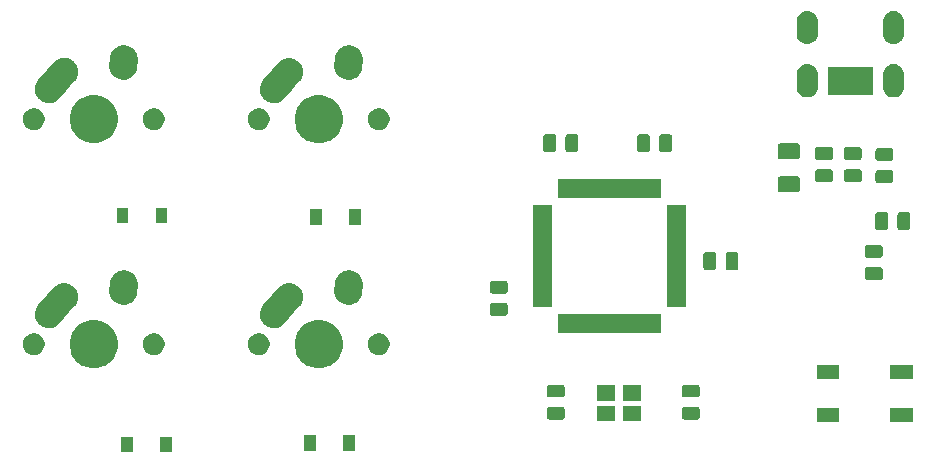
<source format=gbs>
G04 #@! TF.GenerationSoftware,KiCad,Pcbnew,(5.1.4)-1*
G04 #@! TF.CreationDate,2022-10-15T13:05:20-05:00*
G04 #@! TF.ProjectId,ai03-guide,61693033-2d67-4756-9964-652e6b696361,rev?*
G04 #@! TF.SameCoordinates,Original*
G04 #@! TF.FileFunction,Soldermask,Bot*
G04 #@! TF.FilePolarity,Negative*
%FSLAX46Y46*%
G04 Gerber Fmt 4.6, Leading zero omitted, Abs format (unit mm)*
G04 Created by KiCad (PCBNEW (5.1.4)-1) date 2022-10-15 13:05:20*
%MOMM*%
%LPD*%
G04 APERTURE LIST*
%ADD10C,0.100000*%
G04 APERTURE END LIST*
D10*
G36*
X51046000Y-123206000D02*
G01*
X50044000Y-123206000D01*
X50044000Y-121904000D01*
X51046000Y-121904000D01*
X51046000Y-123206000D01*
X51046000Y-123206000D01*
G37*
G36*
X47746000Y-123206000D02*
G01*
X46744000Y-123206000D01*
X46744000Y-121904000D01*
X47746000Y-121904000D01*
X47746000Y-123206000D01*
X47746000Y-123206000D01*
G37*
G36*
X63241000Y-123079000D02*
G01*
X62239000Y-123079000D01*
X62239000Y-121777000D01*
X63241000Y-121777000D01*
X63241000Y-123079000D01*
X63241000Y-123079000D01*
G37*
G36*
X66541000Y-123079000D02*
G01*
X65539000Y-123079000D01*
X65539000Y-121777000D01*
X66541000Y-121777000D01*
X66541000Y-123079000D01*
X66541000Y-123079000D01*
G37*
G36*
X113771000Y-120671000D02*
G01*
X111869000Y-120671000D01*
X111869000Y-119469000D01*
X113771000Y-119469000D01*
X113771000Y-120671000D01*
X113771000Y-120671000D01*
G37*
G36*
X107571000Y-120671000D02*
G01*
X105669000Y-120671000D01*
X105669000Y-119469000D01*
X107571000Y-119469000D01*
X107571000Y-120671000D01*
X107571000Y-120671000D01*
G37*
G36*
X88558500Y-120548000D02*
G01*
X87056500Y-120548000D01*
X87056500Y-119246000D01*
X88558500Y-119246000D01*
X88558500Y-120548000D01*
X88558500Y-120548000D01*
G37*
G36*
X90758500Y-120548000D02*
G01*
X89256500Y-120548000D01*
X89256500Y-119246000D01*
X90758500Y-119246000D01*
X90758500Y-120548000D01*
X90758500Y-120548000D01*
G37*
G36*
X95580468Y-119354065D02*
G01*
X95619138Y-119365796D01*
X95654777Y-119384846D01*
X95686017Y-119410483D01*
X95711654Y-119441723D01*
X95730704Y-119477362D01*
X95742435Y-119516032D01*
X95747000Y-119562388D01*
X95747000Y-120213612D01*
X95742435Y-120259968D01*
X95730704Y-120298638D01*
X95711654Y-120334277D01*
X95686017Y-120365517D01*
X95654777Y-120391154D01*
X95619138Y-120410204D01*
X95580468Y-120421935D01*
X95534112Y-120426500D01*
X94457888Y-120426500D01*
X94411532Y-120421935D01*
X94372862Y-120410204D01*
X94337223Y-120391154D01*
X94305983Y-120365517D01*
X94280346Y-120334277D01*
X94261296Y-120298638D01*
X94249565Y-120259968D01*
X94245000Y-120213612D01*
X94245000Y-119562388D01*
X94249565Y-119516032D01*
X94261296Y-119477362D01*
X94280346Y-119441723D01*
X94305983Y-119410483D01*
X94337223Y-119384846D01*
X94372862Y-119365796D01*
X94411532Y-119354065D01*
X94457888Y-119349500D01*
X95534112Y-119349500D01*
X95580468Y-119354065D01*
X95580468Y-119354065D01*
G37*
G36*
X84150468Y-119354065D02*
G01*
X84189138Y-119365796D01*
X84224777Y-119384846D01*
X84256017Y-119410483D01*
X84281654Y-119441723D01*
X84300704Y-119477362D01*
X84312435Y-119516032D01*
X84317000Y-119562388D01*
X84317000Y-120213612D01*
X84312435Y-120259968D01*
X84300704Y-120298638D01*
X84281654Y-120334277D01*
X84256017Y-120365517D01*
X84224777Y-120391154D01*
X84189138Y-120410204D01*
X84150468Y-120421935D01*
X84104112Y-120426500D01*
X83027888Y-120426500D01*
X82981532Y-120421935D01*
X82942862Y-120410204D01*
X82907223Y-120391154D01*
X82875983Y-120365517D01*
X82850346Y-120334277D01*
X82831296Y-120298638D01*
X82819565Y-120259968D01*
X82815000Y-120213612D01*
X82815000Y-119562388D01*
X82819565Y-119516032D01*
X82831296Y-119477362D01*
X82850346Y-119441723D01*
X82875983Y-119410483D01*
X82907223Y-119384846D01*
X82942862Y-119365796D01*
X82981532Y-119354065D01*
X83027888Y-119349500D01*
X84104112Y-119349500D01*
X84150468Y-119354065D01*
X84150468Y-119354065D01*
G37*
G36*
X90758500Y-118848000D02*
G01*
X89256500Y-118848000D01*
X89256500Y-117546000D01*
X90758500Y-117546000D01*
X90758500Y-118848000D01*
X90758500Y-118848000D01*
G37*
G36*
X88558500Y-118848000D02*
G01*
X87056500Y-118848000D01*
X87056500Y-117546000D01*
X88558500Y-117546000D01*
X88558500Y-118848000D01*
X88558500Y-118848000D01*
G37*
G36*
X95580468Y-117479065D02*
G01*
X95619138Y-117490796D01*
X95654777Y-117509846D01*
X95686017Y-117535483D01*
X95711654Y-117566723D01*
X95730704Y-117602362D01*
X95742435Y-117641032D01*
X95747000Y-117687388D01*
X95747000Y-118338612D01*
X95742435Y-118384968D01*
X95730704Y-118423638D01*
X95711654Y-118459277D01*
X95686017Y-118490517D01*
X95654777Y-118516154D01*
X95619138Y-118535204D01*
X95580468Y-118546935D01*
X95534112Y-118551500D01*
X94457888Y-118551500D01*
X94411532Y-118546935D01*
X94372862Y-118535204D01*
X94337223Y-118516154D01*
X94305983Y-118490517D01*
X94280346Y-118459277D01*
X94261296Y-118423638D01*
X94249565Y-118384968D01*
X94245000Y-118338612D01*
X94245000Y-117687388D01*
X94249565Y-117641032D01*
X94261296Y-117602362D01*
X94280346Y-117566723D01*
X94305983Y-117535483D01*
X94337223Y-117509846D01*
X94372862Y-117490796D01*
X94411532Y-117479065D01*
X94457888Y-117474500D01*
X95534112Y-117474500D01*
X95580468Y-117479065D01*
X95580468Y-117479065D01*
G37*
G36*
X84150468Y-117479065D02*
G01*
X84189138Y-117490796D01*
X84224777Y-117509846D01*
X84256017Y-117535483D01*
X84281654Y-117566723D01*
X84300704Y-117602362D01*
X84312435Y-117641032D01*
X84317000Y-117687388D01*
X84317000Y-118338612D01*
X84312435Y-118384968D01*
X84300704Y-118423638D01*
X84281654Y-118459277D01*
X84256017Y-118490517D01*
X84224777Y-118516154D01*
X84189138Y-118535204D01*
X84150468Y-118546935D01*
X84104112Y-118551500D01*
X83027888Y-118551500D01*
X82981532Y-118546935D01*
X82942862Y-118535204D01*
X82907223Y-118516154D01*
X82875983Y-118490517D01*
X82850346Y-118459277D01*
X82831296Y-118423638D01*
X82819565Y-118384968D01*
X82815000Y-118338612D01*
X82815000Y-117687388D01*
X82819565Y-117641032D01*
X82831296Y-117602362D01*
X82850346Y-117566723D01*
X82875983Y-117535483D01*
X82907223Y-117509846D01*
X82942862Y-117490796D01*
X82981532Y-117479065D01*
X83027888Y-117474500D01*
X84104112Y-117474500D01*
X84150468Y-117479065D01*
X84150468Y-117479065D01*
G37*
G36*
X113771000Y-116971000D02*
G01*
X111869000Y-116971000D01*
X111869000Y-115769000D01*
X113771000Y-115769000D01*
X113771000Y-116971000D01*
X113771000Y-116971000D01*
G37*
G36*
X107571000Y-116971000D02*
G01*
X105669000Y-116971000D01*
X105669000Y-115769000D01*
X107571000Y-115769000D01*
X107571000Y-116971000D01*
X107571000Y-116971000D01*
G37*
G36*
X64096474Y-112079684D02*
G01*
X64314474Y-112169983D01*
X64468623Y-112233833D01*
X64803548Y-112457623D01*
X65088377Y-112742452D01*
X65312167Y-113077377D01*
X65344562Y-113155586D01*
X65466316Y-113449526D01*
X65544900Y-113844594D01*
X65544900Y-114247406D01*
X65466316Y-114642474D01*
X65415451Y-114765272D01*
X65312167Y-115014623D01*
X65088377Y-115349548D01*
X64803548Y-115634377D01*
X64468623Y-115858167D01*
X64314474Y-115922017D01*
X64096474Y-116012316D01*
X63701406Y-116090900D01*
X63298594Y-116090900D01*
X62903526Y-116012316D01*
X62685526Y-115922017D01*
X62531377Y-115858167D01*
X62196452Y-115634377D01*
X61911623Y-115349548D01*
X61687833Y-115014623D01*
X61584549Y-114765272D01*
X61533684Y-114642474D01*
X61455100Y-114247406D01*
X61455100Y-113844594D01*
X61533684Y-113449526D01*
X61655438Y-113155586D01*
X61687833Y-113077377D01*
X61911623Y-112742452D01*
X62196452Y-112457623D01*
X62531377Y-112233833D01*
X62685526Y-112169983D01*
X62903526Y-112079684D01*
X63298594Y-112001100D01*
X63701406Y-112001100D01*
X64096474Y-112079684D01*
X64096474Y-112079684D01*
G37*
G36*
X45046474Y-112079684D02*
G01*
X45264474Y-112169983D01*
X45418623Y-112233833D01*
X45753548Y-112457623D01*
X46038377Y-112742452D01*
X46262167Y-113077377D01*
X46294562Y-113155586D01*
X46416316Y-113449526D01*
X46494900Y-113844594D01*
X46494900Y-114247406D01*
X46416316Y-114642474D01*
X46365451Y-114765272D01*
X46262167Y-115014623D01*
X46038377Y-115349548D01*
X45753548Y-115634377D01*
X45418623Y-115858167D01*
X45264474Y-115922017D01*
X45046474Y-116012316D01*
X44651406Y-116090900D01*
X44248594Y-116090900D01*
X43853526Y-116012316D01*
X43635526Y-115922017D01*
X43481377Y-115858167D01*
X43146452Y-115634377D01*
X42861623Y-115349548D01*
X42637833Y-115014623D01*
X42534549Y-114765272D01*
X42483684Y-114642474D01*
X42405100Y-114247406D01*
X42405100Y-113844594D01*
X42483684Y-113449526D01*
X42605438Y-113155586D01*
X42637833Y-113077377D01*
X42861623Y-112742452D01*
X43146452Y-112457623D01*
X43481377Y-112233833D01*
X43635526Y-112169983D01*
X43853526Y-112079684D01*
X44248594Y-112001100D01*
X44651406Y-112001100D01*
X45046474Y-112079684D01*
X45046474Y-112079684D01*
G37*
G36*
X39640104Y-113155585D02*
G01*
X39808626Y-113225389D01*
X39960291Y-113326728D01*
X40089272Y-113455709D01*
X40190611Y-113607374D01*
X40260415Y-113775896D01*
X40296000Y-113954797D01*
X40296000Y-114137203D01*
X40260415Y-114316104D01*
X40190611Y-114484626D01*
X40089272Y-114636291D01*
X39960291Y-114765272D01*
X39808626Y-114866611D01*
X39640104Y-114936415D01*
X39461203Y-114972000D01*
X39278797Y-114972000D01*
X39099896Y-114936415D01*
X38931374Y-114866611D01*
X38779709Y-114765272D01*
X38650728Y-114636291D01*
X38549389Y-114484626D01*
X38479585Y-114316104D01*
X38444000Y-114137203D01*
X38444000Y-113954797D01*
X38479585Y-113775896D01*
X38549389Y-113607374D01*
X38650728Y-113455709D01*
X38779709Y-113326728D01*
X38931374Y-113225389D01*
X39099896Y-113155585D01*
X39278797Y-113120000D01*
X39461203Y-113120000D01*
X39640104Y-113155585D01*
X39640104Y-113155585D01*
G37*
G36*
X58690104Y-113155585D02*
G01*
X58858626Y-113225389D01*
X59010291Y-113326728D01*
X59139272Y-113455709D01*
X59240611Y-113607374D01*
X59310415Y-113775896D01*
X59346000Y-113954797D01*
X59346000Y-114137203D01*
X59310415Y-114316104D01*
X59240611Y-114484626D01*
X59139272Y-114636291D01*
X59010291Y-114765272D01*
X58858626Y-114866611D01*
X58690104Y-114936415D01*
X58511203Y-114972000D01*
X58328797Y-114972000D01*
X58149896Y-114936415D01*
X57981374Y-114866611D01*
X57829709Y-114765272D01*
X57700728Y-114636291D01*
X57599389Y-114484626D01*
X57529585Y-114316104D01*
X57494000Y-114137203D01*
X57494000Y-113954797D01*
X57529585Y-113775896D01*
X57599389Y-113607374D01*
X57700728Y-113455709D01*
X57829709Y-113326728D01*
X57981374Y-113225389D01*
X58149896Y-113155585D01*
X58328797Y-113120000D01*
X58511203Y-113120000D01*
X58690104Y-113155585D01*
X58690104Y-113155585D01*
G37*
G36*
X68850104Y-113155585D02*
G01*
X69018626Y-113225389D01*
X69170291Y-113326728D01*
X69299272Y-113455709D01*
X69400611Y-113607374D01*
X69470415Y-113775896D01*
X69506000Y-113954797D01*
X69506000Y-114137203D01*
X69470415Y-114316104D01*
X69400611Y-114484626D01*
X69299272Y-114636291D01*
X69170291Y-114765272D01*
X69018626Y-114866611D01*
X68850104Y-114936415D01*
X68671203Y-114972000D01*
X68488797Y-114972000D01*
X68309896Y-114936415D01*
X68141374Y-114866611D01*
X67989709Y-114765272D01*
X67860728Y-114636291D01*
X67759389Y-114484626D01*
X67689585Y-114316104D01*
X67654000Y-114137203D01*
X67654000Y-113954797D01*
X67689585Y-113775896D01*
X67759389Y-113607374D01*
X67860728Y-113455709D01*
X67989709Y-113326728D01*
X68141374Y-113225389D01*
X68309896Y-113155585D01*
X68488797Y-113120000D01*
X68671203Y-113120000D01*
X68850104Y-113155585D01*
X68850104Y-113155585D01*
G37*
G36*
X49800104Y-113155585D02*
G01*
X49968626Y-113225389D01*
X50120291Y-113326728D01*
X50249272Y-113455709D01*
X50350611Y-113607374D01*
X50420415Y-113775896D01*
X50456000Y-113954797D01*
X50456000Y-114137203D01*
X50420415Y-114316104D01*
X50350611Y-114484626D01*
X50249272Y-114636291D01*
X50120291Y-114765272D01*
X49968626Y-114866611D01*
X49800104Y-114936415D01*
X49621203Y-114972000D01*
X49438797Y-114972000D01*
X49259896Y-114936415D01*
X49091374Y-114866611D01*
X48939709Y-114765272D01*
X48810728Y-114636291D01*
X48709389Y-114484626D01*
X48639585Y-114316104D01*
X48604000Y-114137203D01*
X48604000Y-113954797D01*
X48639585Y-113775896D01*
X48709389Y-113607374D01*
X48810728Y-113455709D01*
X48939709Y-113326728D01*
X49091374Y-113225389D01*
X49259896Y-113155585D01*
X49438797Y-113120000D01*
X49621203Y-113120000D01*
X49800104Y-113155585D01*
X49800104Y-113155585D01*
G37*
G36*
X92439750Y-113102000D02*
G01*
X83787750Y-113102000D01*
X83787750Y-111500000D01*
X92439750Y-111500000D01*
X92439750Y-113102000D01*
X92439750Y-113102000D01*
G37*
G36*
X41973205Y-108869881D02*
G01*
X41978645Y-108870000D01*
X42065828Y-108870000D01*
X42082097Y-108873236D01*
X42100956Y-108875515D01*
X42117532Y-108876246D01*
X42202223Y-108897010D01*
X42207518Y-108898184D01*
X42293027Y-108915193D01*
X42308362Y-108921545D01*
X42326401Y-108927455D01*
X42342521Y-108931407D01*
X42421504Y-108968280D01*
X42426494Y-108970477D01*
X42507045Y-109003842D01*
X42520841Y-109013060D01*
X42537393Y-109022382D01*
X42552426Y-109029400D01*
X42622694Y-109080971D01*
X42627192Y-109084122D01*
X42699656Y-109132541D01*
X42711383Y-109144268D01*
X42725809Y-109156648D01*
X42739179Y-109166461D01*
X42739180Y-109166462D01*
X42798021Y-109230733D01*
X42801829Y-109234714D01*
X42863459Y-109296344D01*
X42872674Y-109310135D01*
X42884396Y-109325078D01*
X42895605Y-109337321D01*
X42940799Y-109411874D01*
X42943746Y-109416501D01*
X42992158Y-109488955D01*
X42998505Y-109504277D01*
X43007092Y-109521231D01*
X43015691Y-109535417D01*
X43045478Y-109617368D01*
X43047452Y-109622448D01*
X43078547Y-109697517D01*
X43080807Y-109702974D01*
X43084041Y-109719233D01*
X43089158Y-109737542D01*
X43094825Y-109753134D01*
X43108055Y-109839345D01*
X43109001Y-109844713D01*
X43126000Y-109930173D01*
X43126000Y-109946752D01*
X43127444Y-109965692D01*
X43129963Y-109982104D01*
X43126120Y-110069249D01*
X43126000Y-110074689D01*
X43126000Y-110161825D01*
X43122766Y-110178083D01*
X43120488Y-110196941D01*
X43119756Y-110213531D01*
X43098988Y-110298237D01*
X43097812Y-110303537D01*
X43080807Y-110389027D01*
X43074457Y-110404357D01*
X43068549Y-110422393D01*
X43064595Y-110438520D01*
X43027711Y-110517526D01*
X43025511Y-110522523D01*
X42992158Y-110603045D01*
X42982944Y-110616835D01*
X42973622Y-110633387D01*
X42966602Y-110648424D01*
X42915011Y-110718720D01*
X42911866Y-110723210D01*
X42863461Y-110795654D01*
X42806460Y-110852655D01*
X42801811Y-110857563D01*
X42370311Y-111338470D01*
X41476723Y-112334376D01*
X41348679Y-112451602D01*
X41249631Y-112511645D01*
X41150583Y-112571689D01*
X40932866Y-112650823D01*
X40703895Y-112685961D01*
X40472470Y-112675754D01*
X40247481Y-112620593D01*
X40142727Y-112571689D01*
X40037579Y-112522602D01*
X39940838Y-112451602D01*
X39850823Y-112385539D01*
X39776394Y-112304241D01*
X39694398Y-112214679D01*
X39612564Y-112079685D01*
X39574311Y-112016583D01*
X39495177Y-111798866D01*
X39460039Y-111569895D01*
X39470246Y-111338470D01*
X39525407Y-111113481D01*
X39576972Y-111003028D01*
X39623398Y-110903580D01*
X39623400Y-110903577D01*
X39726114Y-110763622D01*
X40481245Y-109922027D01*
X41012787Y-109329621D01*
X41023681Y-109315589D01*
X41036539Y-109296346D01*
X41093573Y-109239312D01*
X41098223Y-109234403D01*
X41113278Y-109217624D01*
X41134701Y-109198011D01*
X41138682Y-109194203D01*
X41200346Y-109132539D01*
X41214143Y-109123320D01*
X41229102Y-109111585D01*
X41241321Y-109100398D01*
X41273385Y-109080961D01*
X41315830Y-109055231D01*
X41320421Y-109052308D01*
X41392955Y-109003842D01*
X41408300Y-108997486D01*
X41425248Y-108988901D01*
X41439416Y-108980312D01*
X41439417Y-108980312D01*
X41439418Y-108980311D01*
X41521312Y-108950545D01*
X41526410Y-108948563D01*
X41606973Y-108915193D01*
X41623252Y-108911955D01*
X41641542Y-108906844D01*
X41657135Y-108901177D01*
X41743300Y-108887954D01*
X41748663Y-108887009D01*
X41834173Y-108870000D01*
X41850766Y-108870000D01*
X41869709Y-108868555D01*
X41886106Y-108866039D01*
X41973205Y-108869881D01*
X41973205Y-108869881D01*
G37*
G36*
X61023205Y-108869881D02*
G01*
X61028645Y-108870000D01*
X61115828Y-108870000D01*
X61132097Y-108873236D01*
X61150956Y-108875515D01*
X61167532Y-108876246D01*
X61252223Y-108897010D01*
X61257518Y-108898184D01*
X61343027Y-108915193D01*
X61358362Y-108921545D01*
X61376401Y-108927455D01*
X61392521Y-108931407D01*
X61471504Y-108968280D01*
X61476494Y-108970477D01*
X61557045Y-109003842D01*
X61570841Y-109013060D01*
X61587393Y-109022382D01*
X61602426Y-109029400D01*
X61672694Y-109080971D01*
X61677192Y-109084122D01*
X61749656Y-109132541D01*
X61761383Y-109144268D01*
X61775809Y-109156648D01*
X61789179Y-109166461D01*
X61789180Y-109166462D01*
X61848021Y-109230733D01*
X61851829Y-109234714D01*
X61913459Y-109296344D01*
X61922674Y-109310135D01*
X61934396Y-109325078D01*
X61945605Y-109337321D01*
X61990799Y-109411874D01*
X61993746Y-109416501D01*
X62042158Y-109488955D01*
X62048505Y-109504277D01*
X62057092Y-109521231D01*
X62065691Y-109535417D01*
X62095478Y-109617368D01*
X62097452Y-109622448D01*
X62128547Y-109697517D01*
X62130807Y-109702974D01*
X62134041Y-109719233D01*
X62139158Y-109737542D01*
X62144825Y-109753134D01*
X62158055Y-109839345D01*
X62159001Y-109844713D01*
X62176000Y-109930173D01*
X62176000Y-109946752D01*
X62177444Y-109965692D01*
X62179963Y-109982104D01*
X62176120Y-110069249D01*
X62176000Y-110074689D01*
X62176000Y-110161825D01*
X62172766Y-110178083D01*
X62170488Y-110196941D01*
X62169756Y-110213531D01*
X62148988Y-110298237D01*
X62147812Y-110303537D01*
X62130807Y-110389027D01*
X62124457Y-110404357D01*
X62118549Y-110422393D01*
X62114595Y-110438520D01*
X62077711Y-110517526D01*
X62075511Y-110522523D01*
X62042158Y-110603045D01*
X62032944Y-110616835D01*
X62023622Y-110633387D01*
X62016602Y-110648424D01*
X61965011Y-110718720D01*
X61961866Y-110723210D01*
X61913461Y-110795654D01*
X61856460Y-110852655D01*
X61851811Y-110857563D01*
X61420311Y-111338470D01*
X60526723Y-112334376D01*
X60398679Y-112451602D01*
X60299631Y-112511645D01*
X60200583Y-112571689D01*
X59982866Y-112650823D01*
X59753895Y-112685961D01*
X59522470Y-112675754D01*
X59297481Y-112620593D01*
X59192727Y-112571689D01*
X59087579Y-112522602D01*
X58990838Y-112451602D01*
X58900823Y-112385539D01*
X58826394Y-112304241D01*
X58744398Y-112214679D01*
X58662564Y-112079685D01*
X58624311Y-112016583D01*
X58545177Y-111798866D01*
X58510039Y-111569895D01*
X58520246Y-111338470D01*
X58575407Y-111113481D01*
X58626972Y-111003028D01*
X58673398Y-110903580D01*
X58673400Y-110903577D01*
X58776114Y-110763622D01*
X59531245Y-109922027D01*
X60062787Y-109329621D01*
X60073681Y-109315589D01*
X60086539Y-109296346D01*
X60143573Y-109239312D01*
X60148223Y-109234403D01*
X60163278Y-109217624D01*
X60184701Y-109198011D01*
X60188682Y-109194203D01*
X60250346Y-109132539D01*
X60264143Y-109123320D01*
X60279102Y-109111585D01*
X60291321Y-109100398D01*
X60323385Y-109080961D01*
X60365830Y-109055231D01*
X60370421Y-109052308D01*
X60442955Y-109003842D01*
X60458300Y-108997486D01*
X60475248Y-108988901D01*
X60489416Y-108980312D01*
X60489417Y-108980312D01*
X60489418Y-108980311D01*
X60571312Y-108950545D01*
X60576410Y-108948563D01*
X60656973Y-108915193D01*
X60673252Y-108911955D01*
X60691542Y-108906844D01*
X60707135Y-108901177D01*
X60793300Y-108887954D01*
X60798663Y-108887009D01*
X60884173Y-108870000D01*
X60900766Y-108870000D01*
X60919709Y-108868555D01*
X60936106Y-108866039D01*
X61023205Y-108869881D01*
X61023205Y-108869881D01*
G37*
G36*
X79324468Y-110561065D02*
G01*
X79363138Y-110572796D01*
X79398777Y-110591846D01*
X79430017Y-110617483D01*
X79455654Y-110648723D01*
X79474704Y-110684362D01*
X79486435Y-110723032D01*
X79491000Y-110769388D01*
X79491000Y-111420612D01*
X79486435Y-111466968D01*
X79474704Y-111505638D01*
X79455654Y-111541277D01*
X79430017Y-111572517D01*
X79398777Y-111598154D01*
X79363138Y-111617204D01*
X79324468Y-111628935D01*
X79278112Y-111633500D01*
X78201888Y-111633500D01*
X78155532Y-111628935D01*
X78116862Y-111617204D01*
X78081223Y-111598154D01*
X78049983Y-111572517D01*
X78024346Y-111541277D01*
X78005296Y-111505638D01*
X77993565Y-111466968D01*
X77989000Y-111420612D01*
X77989000Y-110769388D01*
X77993565Y-110723032D01*
X78005296Y-110684362D01*
X78024346Y-110648723D01*
X78049983Y-110617483D01*
X78081223Y-110591846D01*
X78116862Y-110572796D01*
X78155532Y-110561065D01*
X78201888Y-110556500D01*
X79278112Y-110556500D01*
X79324468Y-110561065D01*
X79324468Y-110561065D01*
G37*
G36*
X83214750Y-110927000D02*
G01*
X81612750Y-110927000D01*
X81612750Y-102275000D01*
X83214750Y-102275000D01*
X83214750Y-110927000D01*
X83214750Y-110927000D01*
G37*
G36*
X94614750Y-110927000D02*
G01*
X93012750Y-110927000D01*
X93012750Y-102275000D01*
X94614750Y-102275000D01*
X94614750Y-110927000D01*
X94614750Y-110927000D01*
G37*
G36*
X66128127Y-107788261D02*
G01*
X66148900Y-107790000D01*
X66155827Y-107790000D01*
X66250754Y-107808882D01*
X66254348Y-107809542D01*
X66349730Y-107825624D01*
X66356203Y-107828085D01*
X66376228Y-107833841D01*
X66383027Y-107835193D01*
X66445414Y-107861034D01*
X66472443Y-107872230D01*
X66475844Y-107873581D01*
X66566255Y-107907961D01*
X66572127Y-107911640D01*
X66590636Y-107921187D01*
X66597045Y-107923842D01*
X66677563Y-107977642D01*
X66680554Y-107979578D01*
X66762557Y-108030959D01*
X66767584Y-108035700D01*
X66783896Y-108048691D01*
X66789652Y-108052537D01*
X66858110Y-108120995D01*
X66860689Y-108123499D01*
X66931090Y-108189889D01*
X66935095Y-108195519D01*
X66948559Y-108211444D01*
X66953459Y-108216344D01*
X67007244Y-108296839D01*
X67009291Y-108299807D01*
X67065380Y-108378645D01*
X67068214Y-108384958D01*
X67078308Y-108403193D01*
X67082158Y-108408955D01*
X67119220Y-108498430D01*
X67120624Y-108501685D01*
X67160265Y-108589973D01*
X67161815Y-108596725D01*
X67168152Y-108616562D01*
X67170807Y-108622973D01*
X67185690Y-108697796D01*
X67189692Y-108717917D01*
X67190438Y-108721401D01*
X67212098Y-108815751D01*
X67212098Y-108815754D01*
X67212300Y-108822654D01*
X67214647Y-108843370D01*
X67216000Y-108850174D01*
X67216000Y-108946986D01*
X67216053Y-108950584D01*
X67217188Y-108989277D01*
X67216295Y-109002225D01*
X67216000Y-109010797D01*
X67216000Y-109081826D01*
X67210081Y-109111585D01*
X67209604Y-109113979D01*
X67207500Y-109129750D01*
X67169238Y-109684545D01*
X67140376Y-109855730D01*
X67058038Y-110072255D01*
X66935041Y-110268557D01*
X66776111Y-110437090D01*
X66587355Y-110571380D01*
X66376027Y-110666265D01*
X66150249Y-110718098D01*
X65918698Y-110724889D01*
X65918697Y-110724889D01*
X65873012Y-110717186D01*
X65690270Y-110686376D01*
X65473745Y-110604038D01*
X65277443Y-110481041D01*
X65108910Y-110322111D01*
X64974620Y-110133355D01*
X64879735Y-109922027D01*
X64827902Y-109696249D01*
X64822812Y-109522723D01*
X64863704Y-108929794D01*
X64864000Y-108921196D01*
X64864000Y-108850175D01*
X64882882Y-108755250D01*
X64883544Y-108751645D01*
X64885089Y-108742483D01*
X64899624Y-108656270D01*
X64902085Y-108649799D01*
X64907842Y-108629767D01*
X64909193Y-108622974D01*
X64911843Y-108616576D01*
X64946264Y-108533476D01*
X64947553Y-108530230D01*
X64981962Y-108439745D01*
X64985636Y-108433881D01*
X64995187Y-108415365D01*
X64997842Y-108408955D01*
X65051657Y-108328415D01*
X65053577Y-108325449D01*
X65104959Y-108243443D01*
X65109711Y-108238404D01*
X65122689Y-108222107D01*
X65126537Y-108216348D01*
X65194993Y-108147892D01*
X65197546Y-108145262D01*
X65218023Y-108123548D01*
X65263889Y-108074910D01*
X65269521Y-108070903D01*
X65285447Y-108057438D01*
X65290346Y-108052539D01*
X65370824Y-107998766D01*
X65373806Y-107996710D01*
X65452645Y-107940620D01*
X65458955Y-107937787D01*
X65477194Y-107927691D01*
X65482951Y-107923844D01*
X65482954Y-107923843D01*
X65482955Y-107923842D01*
X65572429Y-107886781D01*
X65575687Y-107885375D01*
X65663973Y-107845735D01*
X65670725Y-107844185D01*
X65690562Y-107837848D01*
X65696973Y-107835193D01*
X65791899Y-107816311D01*
X65795446Y-107815551D01*
X65889751Y-107793901D01*
X65892130Y-107793831D01*
X65896665Y-107793698D01*
X65917381Y-107791351D01*
X65924174Y-107790000D01*
X66020959Y-107790000D01*
X66024584Y-107789947D01*
X66121302Y-107787110D01*
X66128127Y-107788261D01*
X66128127Y-107788261D01*
G37*
G36*
X47078127Y-107788261D02*
G01*
X47098900Y-107790000D01*
X47105827Y-107790000D01*
X47200754Y-107808882D01*
X47204348Y-107809542D01*
X47299730Y-107825624D01*
X47306203Y-107828085D01*
X47326228Y-107833841D01*
X47333027Y-107835193D01*
X47395414Y-107861034D01*
X47422443Y-107872230D01*
X47425844Y-107873581D01*
X47516255Y-107907961D01*
X47522127Y-107911640D01*
X47540636Y-107921187D01*
X47547045Y-107923842D01*
X47627563Y-107977642D01*
X47630554Y-107979578D01*
X47712557Y-108030959D01*
X47717584Y-108035700D01*
X47733896Y-108048691D01*
X47739652Y-108052537D01*
X47808110Y-108120995D01*
X47810689Y-108123499D01*
X47881090Y-108189889D01*
X47885095Y-108195519D01*
X47898559Y-108211444D01*
X47903459Y-108216344D01*
X47957244Y-108296839D01*
X47959291Y-108299807D01*
X48015380Y-108378645D01*
X48018214Y-108384958D01*
X48028308Y-108403193D01*
X48032158Y-108408955D01*
X48069220Y-108498430D01*
X48070624Y-108501685D01*
X48110265Y-108589973D01*
X48111815Y-108596725D01*
X48118152Y-108616562D01*
X48120807Y-108622973D01*
X48135690Y-108697796D01*
X48139692Y-108717917D01*
X48140438Y-108721401D01*
X48162098Y-108815751D01*
X48162098Y-108815754D01*
X48162300Y-108822654D01*
X48164647Y-108843370D01*
X48166000Y-108850174D01*
X48166000Y-108946986D01*
X48166053Y-108950584D01*
X48167188Y-108989277D01*
X48166295Y-109002225D01*
X48166000Y-109010797D01*
X48166000Y-109081826D01*
X48160081Y-109111585D01*
X48159604Y-109113979D01*
X48157500Y-109129750D01*
X48119238Y-109684545D01*
X48090376Y-109855730D01*
X48008038Y-110072255D01*
X47885041Y-110268557D01*
X47726111Y-110437090D01*
X47537355Y-110571380D01*
X47326027Y-110666265D01*
X47100249Y-110718098D01*
X46868698Y-110724889D01*
X46868697Y-110724889D01*
X46823012Y-110717186D01*
X46640270Y-110686376D01*
X46423745Y-110604038D01*
X46227443Y-110481041D01*
X46058910Y-110322111D01*
X45924620Y-110133355D01*
X45829735Y-109922027D01*
X45777902Y-109696249D01*
X45772812Y-109522723D01*
X45813704Y-108929794D01*
X45814000Y-108921196D01*
X45814000Y-108850175D01*
X45832882Y-108755250D01*
X45833544Y-108751645D01*
X45835089Y-108742483D01*
X45849624Y-108656270D01*
X45852085Y-108649799D01*
X45857842Y-108629767D01*
X45859193Y-108622974D01*
X45861843Y-108616576D01*
X45896264Y-108533476D01*
X45897553Y-108530230D01*
X45931962Y-108439745D01*
X45935636Y-108433881D01*
X45945187Y-108415365D01*
X45947842Y-108408955D01*
X46001657Y-108328415D01*
X46003577Y-108325449D01*
X46054959Y-108243443D01*
X46059711Y-108238404D01*
X46072689Y-108222107D01*
X46076537Y-108216348D01*
X46144993Y-108147892D01*
X46147546Y-108145262D01*
X46168023Y-108123548D01*
X46213889Y-108074910D01*
X46219521Y-108070903D01*
X46235447Y-108057438D01*
X46240346Y-108052539D01*
X46320824Y-107998766D01*
X46323806Y-107996710D01*
X46402645Y-107940620D01*
X46408955Y-107937787D01*
X46427194Y-107927691D01*
X46432951Y-107923844D01*
X46432954Y-107923843D01*
X46432955Y-107923842D01*
X46522429Y-107886781D01*
X46525687Y-107885375D01*
X46613973Y-107845735D01*
X46620725Y-107844185D01*
X46640562Y-107837848D01*
X46646973Y-107835193D01*
X46741899Y-107816311D01*
X46745446Y-107815551D01*
X46839751Y-107793901D01*
X46842130Y-107793831D01*
X46846665Y-107793698D01*
X46867381Y-107791351D01*
X46874174Y-107790000D01*
X46970959Y-107790000D01*
X46974584Y-107789947D01*
X47071302Y-107787110D01*
X47078127Y-107788261D01*
X47078127Y-107788261D01*
G37*
G36*
X79324468Y-108686065D02*
G01*
X79363138Y-108697796D01*
X79398777Y-108716846D01*
X79430017Y-108742483D01*
X79455654Y-108773723D01*
X79474704Y-108809362D01*
X79486435Y-108848032D01*
X79491000Y-108894388D01*
X79491000Y-109545612D01*
X79486435Y-109591968D01*
X79474704Y-109630638D01*
X79455654Y-109666277D01*
X79430017Y-109697517D01*
X79398777Y-109723154D01*
X79363138Y-109742204D01*
X79324468Y-109753935D01*
X79278112Y-109758500D01*
X78201888Y-109758500D01*
X78155532Y-109753935D01*
X78116862Y-109742204D01*
X78081223Y-109723154D01*
X78049983Y-109697517D01*
X78024346Y-109666277D01*
X78005296Y-109630638D01*
X77993565Y-109591968D01*
X77989000Y-109545612D01*
X77989000Y-108894388D01*
X77993565Y-108848032D01*
X78005296Y-108809362D01*
X78024346Y-108773723D01*
X78049983Y-108742483D01*
X78081223Y-108716846D01*
X78116862Y-108697796D01*
X78155532Y-108686065D01*
X78201888Y-108681500D01*
X79278112Y-108681500D01*
X79324468Y-108686065D01*
X79324468Y-108686065D01*
G37*
G36*
X111066968Y-107543565D02*
G01*
X111105638Y-107555296D01*
X111141277Y-107574346D01*
X111172517Y-107599983D01*
X111198154Y-107631223D01*
X111217204Y-107666862D01*
X111228935Y-107705532D01*
X111233500Y-107751888D01*
X111233500Y-108403112D01*
X111228935Y-108449468D01*
X111217204Y-108488138D01*
X111198154Y-108523777D01*
X111172517Y-108555017D01*
X111141277Y-108580654D01*
X111105638Y-108599704D01*
X111066968Y-108611435D01*
X111020612Y-108616000D01*
X109944388Y-108616000D01*
X109898032Y-108611435D01*
X109859362Y-108599704D01*
X109823723Y-108580654D01*
X109792483Y-108555017D01*
X109766846Y-108523777D01*
X109747796Y-108488138D01*
X109736065Y-108449468D01*
X109731500Y-108403112D01*
X109731500Y-107751888D01*
X109736065Y-107705532D01*
X109747796Y-107666862D01*
X109766846Y-107631223D01*
X109792483Y-107599983D01*
X109823723Y-107574346D01*
X109859362Y-107555296D01*
X109898032Y-107543565D01*
X109944388Y-107539000D01*
X111020612Y-107539000D01*
X111066968Y-107543565D01*
X111066968Y-107543565D01*
G37*
G36*
X98845468Y-106266065D02*
G01*
X98884138Y-106277796D01*
X98919777Y-106296846D01*
X98951017Y-106322483D01*
X98976654Y-106353723D01*
X98995704Y-106389362D01*
X99007435Y-106428032D01*
X99012000Y-106474388D01*
X99012000Y-107550612D01*
X99007435Y-107596968D01*
X98995704Y-107635638D01*
X98976654Y-107671277D01*
X98951017Y-107702517D01*
X98919777Y-107728154D01*
X98884138Y-107747204D01*
X98845468Y-107758935D01*
X98799112Y-107763500D01*
X98147888Y-107763500D01*
X98101532Y-107758935D01*
X98062862Y-107747204D01*
X98027223Y-107728154D01*
X97995983Y-107702517D01*
X97970346Y-107671277D01*
X97951296Y-107635638D01*
X97939565Y-107596968D01*
X97935000Y-107550612D01*
X97935000Y-106474388D01*
X97939565Y-106428032D01*
X97951296Y-106389362D01*
X97970346Y-106353723D01*
X97995983Y-106322483D01*
X98027223Y-106296846D01*
X98062862Y-106277796D01*
X98101532Y-106266065D01*
X98147888Y-106261500D01*
X98799112Y-106261500D01*
X98845468Y-106266065D01*
X98845468Y-106266065D01*
G37*
G36*
X96970468Y-106266065D02*
G01*
X97009138Y-106277796D01*
X97044777Y-106296846D01*
X97076017Y-106322483D01*
X97101654Y-106353723D01*
X97120704Y-106389362D01*
X97132435Y-106428032D01*
X97137000Y-106474388D01*
X97137000Y-107550612D01*
X97132435Y-107596968D01*
X97120704Y-107635638D01*
X97101654Y-107671277D01*
X97076017Y-107702517D01*
X97044777Y-107728154D01*
X97009138Y-107747204D01*
X96970468Y-107758935D01*
X96924112Y-107763500D01*
X96272888Y-107763500D01*
X96226532Y-107758935D01*
X96187862Y-107747204D01*
X96152223Y-107728154D01*
X96120983Y-107702517D01*
X96095346Y-107671277D01*
X96076296Y-107635638D01*
X96064565Y-107596968D01*
X96060000Y-107550612D01*
X96060000Y-106474388D01*
X96064565Y-106428032D01*
X96076296Y-106389362D01*
X96095346Y-106353723D01*
X96120983Y-106322483D01*
X96152223Y-106296846D01*
X96187862Y-106277796D01*
X96226532Y-106266065D01*
X96272888Y-106261500D01*
X96924112Y-106261500D01*
X96970468Y-106266065D01*
X96970468Y-106266065D01*
G37*
G36*
X111066968Y-105668565D02*
G01*
X111105638Y-105680296D01*
X111141277Y-105699346D01*
X111172517Y-105724983D01*
X111198154Y-105756223D01*
X111217204Y-105791862D01*
X111228935Y-105830532D01*
X111233500Y-105876888D01*
X111233500Y-106528112D01*
X111228935Y-106574468D01*
X111217204Y-106613138D01*
X111198154Y-106648777D01*
X111172517Y-106680017D01*
X111141277Y-106705654D01*
X111105638Y-106724704D01*
X111066968Y-106736435D01*
X111020612Y-106741000D01*
X109944388Y-106741000D01*
X109898032Y-106736435D01*
X109859362Y-106724704D01*
X109823723Y-106705654D01*
X109792483Y-106680017D01*
X109766846Y-106648777D01*
X109747796Y-106613138D01*
X109736065Y-106574468D01*
X109731500Y-106528112D01*
X109731500Y-105876888D01*
X109736065Y-105830532D01*
X109747796Y-105791862D01*
X109766846Y-105756223D01*
X109792483Y-105724983D01*
X109823723Y-105699346D01*
X109859362Y-105680296D01*
X109898032Y-105668565D01*
X109944388Y-105664000D01*
X111020612Y-105664000D01*
X111066968Y-105668565D01*
X111066968Y-105668565D01*
G37*
G36*
X113401968Y-102885565D02*
G01*
X113440638Y-102897296D01*
X113476277Y-102916346D01*
X113507517Y-102941983D01*
X113533154Y-102973223D01*
X113552204Y-103008862D01*
X113563935Y-103047532D01*
X113568500Y-103093888D01*
X113568500Y-104170112D01*
X113563935Y-104216468D01*
X113552204Y-104255138D01*
X113533154Y-104290777D01*
X113507517Y-104322017D01*
X113476277Y-104347654D01*
X113440638Y-104366704D01*
X113401968Y-104378435D01*
X113355612Y-104383000D01*
X112704388Y-104383000D01*
X112658032Y-104378435D01*
X112619362Y-104366704D01*
X112583723Y-104347654D01*
X112552483Y-104322017D01*
X112526846Y-104290777D01*
X112507796Y-104255138D01*
X112496065Y-104216468D01*
X112491500Y-104170112D01*
X112491500Y-103093888D01*
X112496065Y-103047532D01*
X112507796Y-103008862D01*
X112526846Y-102973223D01*
X112552483Y-102941983D01*
X112583723Y-102916346D01*
X112619362Y-102897296D01*
X112658032Y-102885565D01*
X112704388Y-102881000D01*
X113355612Y-102881000D01*
X113401968Y-102885565D01*
X113401968Y-102885565D01*
G37*
G36*
X111526968Y-102885565D02*
G01*
X111565638Y-102897296D01*
X111601277Y-102916346D01*
X111632517Y-102941983D01*
X111658154Y-102973223D01*
X111677204Y-103008862D01*
X111688935Y-103047532D01*
X111693500Y-103093888D01*
X111693500Y-104170112D01*
X111688935Y-104216468D01*
X111677204Y-104255138D01*
X111658154Y-104290777D01*
X111632517Y-104322017D01*
X111601277Y-104347654D01*
X111565638Y-104366704D01*
X111526968Y-104378435D01*
X111480612Y-104383000D01*
X110829388Y-104383000D01*
X110783032Y-104378435D01*
X110744362Y-104366704D01*
X110708723Y-104347654D01*
X110677483Y-104322017D01*
X110651846Y-104290777D01*
X110632796Y-104255138D01*
X110621065Y-104216468D01*
X110616500Y-104170112D01*
X110616500Y-103093888D01*
X110621065Y-103047532D01*
X110632796Y-103008862D01*
X110651846Y-102973223D01*
X110677483Y-102941983D01*
X110708723Y-102916346D01*
X110744362Y-102897296D01*
X110783032Y-102885565D01*
X110829388Y-102881000D01*
X111480612Y-102881000D01*
X111526968Y-102885565D01*
X111526968Y-102885565D01*
G37*
G36*
X67089640Y-103917240D02*
G01*
X66087640Y-103917240D01*
X66087640Y-102615240D01*
X67089640Y-102615240D01*
X67089640Y-103917240D01*
X67089640Y-103917240D01*
G37*
G36*
X63789640Y-103917240D02*
G01*
X62787640Y-103917240D01*
X62787640Y-102615240D01*
X63789640Y-102615240D01*
X63789640Y-103917240D01*
X63789640Y-103917240D01*
G37*
G36*
X47385320Y-103815640D02*
G01*
X46383320Y-103815640D01*
X46383320Y-102513640D01*
X47385320Y-102513640D01*
X47385320Y-103815640D01*
X47385320Y-103815640D01*
G37*
G36*
X50685320Y-103815640D02*
G01*
X49683320Y-103815640D01*
X49683320Y-102513640D01*
X50685320Y-102513640D01*
X50685320Y-103815640D01*
X50685320Y-103815640D01*
G37*
G36*
X92439750Y-101702000D02*
G01*
X83787750Y-101702000D01*
X83787750Y-100100000D01*
X92439750Y-100100000D01*
X92439750Y-101702000D01*
X92439750Y-101702000D01*
G37*
G36*
X104048604Y-99848347D02*
G01*
X104085144Y-99859432D01*
X104118821Y-99877433D01*
X104148341Y-99901659D01*
X104172567Y-99931179D01*
X104190568Y-99964856D01*
X104201653Y-100001396D01*
X104206000Y-100045538D01*
X104206000Y-100994462D01*
X104201653Y-101038604D01*
X104190568Y-101075144D01*
X104172567Y-101108821D01*
X104148341Y-101138341D01*
X104118821Y-101162567D01*
X104085144Y-101180568D01*
X104048604Y-101191653D01*
X104004462Y-101196000D01*
X102555538Y-101196000D01*
X102511396Y-101191653D01*
X102474856Y-101180568D01*
X102441179Y-101162567D01*
X102411659Y-101138341D01*
X102387433Y-101108821D01*
X102369432Y-101075144D01*
X102358347Y-101038604D01*
X102354000Y-100994462D01*
X102354000Y-100045538D01*
X102358347Y-100001396D01*
X102369432Y-99964856D01*
X102387433Y-99931179D01*
X102411659Y-99901659D01*
X102441179Y-99877433D01*
X102474856Y-99859432D01*
X102511396Y-99848347D01*
X102555538Y-99844000D01*
X104004462Y-99844000D01*
X104048604Y-99848347D01*
X104048604Y-99848347D01*
G37*
G36*
X111964468Y-99323565D02*
G01*
X112003138Y-99335296D01*
X112038777Y-99354346D01*
X112070017Y-99379983D01*
X112095654Y-99411223D01*
X112114704Y-99446862D01*
X112126435Y-99485532D01*
X112131000Y-99531888D01*
X112131000Y-100183112D01*
X112126435Y-100229468D01*
X112114704Y-100268138D01*
X112095654Y-100303777D01*
X112070017Y-100335017D01*
X112038777Y-100360654D01*
X112003138Y-100379704D01*
X111964468Y-100391435D01*
X111918112Y-100396000D01*
X110841888Y-100396000D01*
X110795532Y-100391435D01*
X110756862Y-100379704D01*
X110721223Y-100360654D01*
X110689983Y-100335017D01*
X110664346Y-100303777D01*
X110645296Y-100268138D01*
X110633565Y-100229468D01*
X110629000Y-100183112D01*
X110629000Y-99531888D01*
X110633565Y-99485532D01*
X110645296Y-99446862D01*
X110664346Y-99411223D01*
X110689983Y-99379983D01*
X110721223Y-99354346D01*
X110756862Y-99335296D01*
X110795532Y-99323565D01*
X110841888Y-99319000D01*
X111918112Y-99319000D01*
X111964468Y-99323565D01*
X111964468Y-99323565D01*
G37*
G36*
X109294468Y-99251065D02*
G01*
X109333138Y-99262796D01*
X109368777Y-99281846D01*
X109400017Y-99307483D01*
X109425654Y-99338723D01*
X109444704Y-99374362D01*
X109456435Y-99413032D01*
X109461000Y-99459388D01*
X109461000Y-100110612D01*
X109456435Y-100156968D01*
X109444704Y-100195638D01*
X109425654Y-100231277D01*
X109400017Y-100262517D01*
X109368777Y-100288154D01*
X109333138Y-100307204D01*
X109294468Y-100318935D01*
X109248112Y-100323500D01*
X108171888Y-100323500D01*
X108125532Y-100318935D01*
X108086862Y-100307204D01*
X108051223Y-100288154D01*
X108019983Y-100262517D01*
X107994346Y-100231277D01*
X107975296Y-100195638D01*
X107963565Y-100156968D01*
X107959000Y-100110612D01*
X107959000Y-99459388D01*
X107963565Y-99413032D01*
X107975296Y-99374362D01*
X107994346Y-99338723D01*
X108019983Y-99307483D01*
X108051223Y-99281846D01*
X108086862Y-99262796D01*
X108125532Y-99251065D01*
X108171888Y-99246500D01*
X109248112Y-99246500D01*
X109294468Y-99251065D01*
X109294468Y-99251065D01*
G37*
G36*
X106854468Y-99231065D02*
G01*
X106893138Y-99242796D01*
X106928777Y-99261846D01*
X106960017Y-99287483D01*
X106985654Y-99318723D01*
X107004704Y-99354362D01*
X107016435Y-99393032D01*
X107021000Y-99439388D01*
X107021000Y-100090612D01*
X107016435Y-100136968D01*
X107004704Y-100175638D01*
X106985654Y-100211277D01*
X106960017Y-100242517D01*
X106928777Y-100268154D01*
X106893138Y-100287204D01*
X106854468Y-100298935D01*
X106808112Y-100303500D01*
X105731888Y-100303500D01*
X105685532Y-100298935D01*
X105646862Y-100287204D01*
X105611223Y-100268154D01*
X105579983Y-100242517D01*
X105554346Y-100211277D01*
X105535296Y-100175638D01*
X105523565Y-100136968D01*
X105519000Y-100090612D01*
X105519000Y-99439388D01*
X105523565Y-99393032D01*
X105535296Y-99354362D01*
X105554346Y-99318723D01*
X105579983Y-99287483D01*
X105611223Y-99261846D01*
X105646862Y-99242796D01*
X105685532Y-99231065D01*
X105731888Y-99226500D01*
X106808112Y-99226500D01*
X106854468Y-99231065D01*
X106854468Y-99231065D01*
G37*
G36*
X111964468Y-97448565D02*
G01*
X112003138Y-97460296D01*
X112038777Y-97479346D01*
X112070017Y-97504983D01*
X112095654Y-97536223D01*
X112114704Y-97571862D01*
X112126435Y-97610532D01*
X112131000Y-97656888D01*
X112131000Y-98308112D01*
X112126435Y-98354468D01*
X112114704Y-98393138D01*
X112095654Y-98428777D01*
X112070017Y-98460017D01*
X112038777Y-98485654D01*
X112003138Y-98504704D01*
X111964468Y-98516435D01*
X111918112Y-98521000D01*
X110841888Y-98521000D01*
X110795532Y-98516435D01*
X110756862Y-98504704D01*
X110721223Y-98485654D01*
X110689983Y-98460017D01*
X110664346Y-98428777D01*
X110645296Y-98393138D01*
X110633565Y-98354468D01*
X110629000Y-98308112D01*
X110629000Y-97656888D01*
X110633565Y-97610532D01*
X110645296Y-97571862D01*
X110664346Y-97536223D01*
X110689983Y-97504983D01*
X110721223Y-97479346D01*
X110756862Y-97460296D01*
X110795532Y-97448565D01*
X110841888Y-97444000D01*
X111918112Y-97444000D01*
X111964468Y-97448565D01*
X111964468Y-97448565D01*
G37*
G36*
X109294468Y-97376065D02*
G01*
X109333138Y-97387796D01*
X109368777Y-97406846D01*
X109400017Y-97432483D01*
X109425654Y-97463723D01*
X109444704Y-97499362D01*
X109456435Y-97538032D01*
X109461000Y-97584388D01*
X109461000Y-98235612D01*
X109456435Y-98281968D01*
X109444704Y-98320638D01*
X109425654Y-98356277D01*
X109400017Y-98387517D01*
X109368777Y-98413154D01*
X109333138Y-98432204D01*
X109294468Y-98443935D01*
X109248112Y-98448500D01*
X108171888Y-98448500D01*
X108125532Y-98443935D01*
X108086862Y-98432204D01*
X108051223Y-98413154D01*
X108019983Y-98387517D01*
X107994346Y-98356277D01*
X107975296Y-98320638D01*
X107963565Y-98281968D01*
X107959000Y-98235612D01*
X107959000Y-97584388D01*
X107963565Y-97538032D01*
X107975296Y-97499362D01*
X107994346Y-97463723D01*
X108019983Y-97432483D01*
X108051223Y-97406846D01*
X108086862Y-97387796D01*
X108125532Y-97376065D01*
X108171888Y-97371500D01*
X109248112Y-97371500D01*
X109294468Y-97376065D01*
X109294468Y-97376065D01*
G37*
G36*
X106854468Y-97356065D02*
G01*
X106893138Y-97367796D01*
X106928777Y-97386846D01*
X106960017Y-97412483D01*
X106985654Y-97443723D01*
X107004704Y-97479362D01*
X107016435Y-97518032D01*
X107021000Y-97564388D01*
X107021000Y-98215612D01*
X107016435Y-98261968D01*
X107004704Y-98300638D01*
X106985654Y-98336277D01*
X106960017Y-98367517D01*
X106928777Y-98393154D01*
X106893138Y-98412204D01*
X106854468Y-98423935D01*
X106808112Y-98428500D01*
X105731888Y-98428500D01*
X105685532Y-98423935D01*
X105646862Y-98412204D01*
X105611223Y-98393154D01*
X105579983Y-98367517D01*
X105554346Y-98336277D01*
X105535296Y-98300638D01*
X105523565Y-98261968D01*
X105519000Y-98215612D01*
X105519000Y-97564388D01*
X105523565Y-97518032D01*
X105535296Y-97479362D01*
X105554346Y-97443723D01*
X105579983Y-97412483D01*
X105611223Y-97386846D01*
X105646862Y-97367796D01*
X105685532Y-97356065D01*
X105731888Y-97351500D01*
X106808112Y-97351500D01*
X106854468Y-97356065D01*
X106854468Y-97356065D01*
G37*
G36*
X104048604Y-97048347D02*
G01*
X104085144Y-97059432D01*
X104118821Y-97077433D01*
X104148341Y-97101659D01*
X104172567Y-97131179D01*
X104190568Y-97164856D01*
X104201653Y-97201396D01*
X104206000Y-97245538D01*
X104206000Y-98194462D01*
X104201653Y-98238604D01*
X104190568Y-98275144D01*
X104172567Y-98308821D01*
X104148341Y-98338341D01*
X104118821Y-98362567D01*
X104085144Y-98380568D01*
X104048604Y-98391653D01*
X104004462Y-98396000D01*
X102555538Y-98396000D01*
X102511396Y-98391653D01*
X102474856Y-98380568D01*
X102441179Y-98362567D01*
X102411659Y-98338341D01*
X102387433Y-98308821D01*
X102369432Y-98275144D01*
X102358347Y-98238604D01*
X102354000Y-98194462D01*
X102354000Y-97245538D01*
X102358347Y-97201396D01*
X102369432Y-97164856D01*
X102387433Y-97131179D01*
X102411659Y-97101659D01*
X102441179Y-97077433D01*
X102474856Y-97059432D01*
X102511396Y-97048347D01*
X102555538Y-97044000D01*
X104004462Y-97044000D01*
X104048604Y-97048347D01*
X104048604Y-97048347D01*
G37*
G36*
X91358218Y-96281565D02*
G01*
X91396888Y-96293296D01*
X91432527Y-96312346D01*
X91463767Y-96337983D01*
X91489404Y-96369223D01*
X91508454Y-96404862D01*
X91520185Y-96443532D01*
X91524750Y-96489888D01*
X91524750Y-97566112D01*
X91520185Y-97612468D01*
X91508454Y-97651138D01*
X91489404Y-97686777D01*
X91463767Y-97718017D01*
X91432527Y-97743654D01*
X91396888Y-97762704D01*
X91358218Y-97774435D01*
X91311862Y-97779000D01*
X90660638Y-97779000D01*
X90614282Y-97774435D01*
X90575612Y-97762704D01*
X90539973Y-97743654D01*
X90508733Y-97718017D01*
X90483096Y-97686777D01*
X90464046Y-97651138D01*
X90452315Y-97612468D01*
X90447750Y-97566112D01*
X90447750Y-96489888D01*
X90452315Y-96443532D01*
X90464046Y-96404862D01*
X90483096Y-96369223D01*
X90508733Y-96337983D01*
X90539973Y-96312346D01*
X90575612Y-96293296D01*
X90614282Y-96281565D01*
X90660638Y-96277000D01*
X91311862Y-96277000D01*
X91358218Y-96281565D01*
X91358218Y-96281565D01*
G37*
G36*
X93233218Y-96281565D02*
G01*
X93271888Y-96293296D01*
X93307527Y-96312346D01*
X93338767Y-96337983D01*
X93364404Y-96369223D01*
X93383454Y-96404862D01*
X93395185Y-96443532D01*
X93399750Y-96489888D01*
X93399750Y-97566112D01*
X93395185Y-97612468D01*
X93383454Y-97651138D01*
X93364404Y-97686777D01*
X93338767Y-97718017D01*
X93307527Y-97743654D01*
X93271888Y-97762704D01*
X93233218Y-97774435D01*
X93186862Y-97779000D01*
X92535638Y-97779000D01*
X92489282Y-97774435D01*
X92450612Y-97762704D01*
X92414973Y-97743654D01*
X92383733Y-97718017D01*
X92358096Y-97686777D01*
X92339046Y-97651138D01*
X92327315Y-97612468D01*
X92322750Y-97566112D01*
X92322750Y-96489888D01*
X92327315Y-96443532D01*
X92339046Y-96404862D01*
X92358096Y-96369223D01*
X92383733Y-96337983D01*
X92414973Y-96312346D01*
X92450612Y-96293296D01*
X92489282Y-96281565D01*
X92535638Y-96277000D01*
X93186862Y-96277000D01*
X93233218Y-96281565D01*
X93233218Y-96281565D01*
G37*
G36*
X83420718Y-96281565D02*
G01*
X83459388Y-96293296D01*
X83495027Y-96312346D01*
X83526267Y-96337983D01*
X83551904Y-96369223D01*
X83570954Y-96404862D01*
X83582685Y-96443532D01*
X83587250Y-96489888D01*
X83587250Y-97566112D01*
X83582685Y-97612468D01*
X83570954Y-97651138D01*
X83551904Y-97686777D01*
X83526267Y-97718017D01*
X83495027Y-97743654D01*
X83459388Y-97762704D01*
X83420718Y-97774435D01*
X83374362Y-97779000D01*
X82723138Y-97779000D01*
X82676782Y-97774435D01*
X82638112Y-97762704D01*
X82602473Y-97743654D01*
X82571233Y-97718017D01*
X82545596Y-97686777D01*
X82526546Y-97651138D01*
X82514815Y-97612468D01*
X82510250Y-97566112D01*
X82510250Y-96489888D01*
X82514815Y-96443532D01*
X82526546Y-96404862D01*
X82545596Y-96369223D01*
X82571233Y-96337983D01*
X82602473Y-96312346D01*
X82638112Y-96293296D01*
X82676782Y-96281565D01*
X82723138Y-96277000D01*
X83374362Y-96277000D01*
X83420718Y-96281565D01*
X83420718Y-96281565D01*
G37*
G36*
X85295718Y-96281565D02*
G01*
X85334388Y-96293296D01*
X85370027Y-96312346D01*
X85401267Y-96337983D01*
X85426904Y-96369223D01*
X85445954Y-96404862D01*
X85457685Y-96443532D01*
X85462250Y-96489888D01*
X85462250Y-97566112D01*
X85457685Y-97612468D01*
X85445954Y-97651138D01*
X85426904Y-97686777D01*
X85401267Y-97718017D01*
X85370027Y-97743654D01*
X85334388Y-97762704D01*
X85295718Y-97774435D01*
X85249362Y-97779000D01*
X84598138Y-97779000D01*
X84551782Y-97774435D01*
X84513112Y-97762704D01*
X84477473Y-97743654D01*
X84446233Y-97718017D01*
X84420596Y-97686777D01*
X84401546Y-97651138D01*
X84389815Y-97612468D01*
X84385250Y-97566112D01*
X84385250Y-96489888D01*
X84389815Y-96443532D01*
X84401546Y-96404862D01*
X84420596Y-96369223D01*
X84446233Y-96337983D01*
X84477473Y-96312346D01*
X84513112Y-96293296D01*
X84551782Y-96281565D01*
X84598138Y-96277000D01*
X85249362Y-96277000D01*
X85295718Y-96281565D01*
X85295718Y-96281565D01*
G37*
G36*
X64096474Y-93029684D02*
G01*
X64233502Y-93086443D01*
X64468623Y-93183833D01*
X64803548Y-93407623D01*
X65088377Y-93692452D01*
X65312167Y-94027377D01*
X65344562Y-94105586D01*
X65466316Y-94399526D01*
X65544900Y-94794594D01*
X65544900Y-95197406D01*
X65466316Y-95592474D01*
X65415451Y-95715272D01*
X65312167Y-95964623D01*
X65088377Y-96299548D01*
X64803548Y-96584377D01*
X64468623Y-96808167D01*
X64314474Y-96872017D01*
X64096474Y-96962316D01*
X63701406Y-97040900D01*
X63298594Y-97040900D01*
X62903526Y-96962316D01*
X62685526Y-96872017D01*
X62531377Y-96808167D01*
X62196452Y-96584377D01*
X61911623Y-96299548D01*
X61687833Y-95964623D01*
X61584549Y-95715272D01*
X61533684Y-95592474D01*
X61455100Y-95197406D01*
X61455100Y-94794594D01*
X61533684Y-94399526D01*
X61655438Y-94105586D01*
X61687833Y-94027377D01*
X61911623Y-93692452D01*
X62196452Y-93407623D01*
X62531377Y-93183833D01*
X62766498Y-93086443D01*
X62903526Y-93029684D01*
X63298594Y-92951100D01*
X63701406Y-92951100D01*
X64096474Y-93029684D01*
X64096474Y-93029684D01*
G37*
G36*
X45046474Y-93018684D02*
G01*
X45210056Y-93086442D01*
X45418623Y-93172833D01*
X45753548Y-93396623D01*
X46038377Y-93681452D01*
X46262167Y-94016377D01*
X46294562Y-94094586D01*
X46416316Y-94388526D01*
X46494900Y-94783594D01*
X46494900Y-95186406D01*
X46416316Y-95581474D01*
X46365451Y-95704272D01*
X46262167Y-95953623D01*
X46038377Y-96288548D01*
X45753548Y-96573377D01*
X45418623Y-96797167D01*
X45264474Y-96861017D01*
X45046474Y-96951316D01*
X44651406Y-97029900D01*
X44248594Y-97029900D01*
X43853526Y-96951316D01*
X43635526Y-96861017D01*
X43481377Y-96797167D01*
X43146452Y-96573377D01*
X42861623Y-96288548D01*
X42637833Y-95953623D01*
X42534549Y-95704272D01*
X42483684Y-95581474D01*
X42405100Y-95186406D01*
X42405100Y-94783594D01*
X42483684Y-94388526D01*
X42605438Y-94094586D01*
X42637833Y-94016377D01*
X42861623Y-93681452D01*
X43146452Y-93396623D01*
X43481377Y-93172833D01*
X43689944Y-93086442D01*
X43853526Y-93018684D01*
X44248594Y-92940100D01*
X44651406Y-92940100D01*
X45046474Y-93018684D01*
X45046474Y-93018684D01*
G37*
G36*
X58690104Y-94105585D02*
G01*
X58858626Y-94175389D01*
X59010291Y-94276728D01*
X59139272Y-94405709D01*
X59240611Y-94557374D01*
X59310415Y-94725896D01*
X59346000Y-94904797D01*
X59346000Y-95087203D01*
X59310415Y-95266104D01*
X59240611Y-95434626D01*
X59139272Y-95586291D01*
X59010291Y-95715272D01*
X58858626Y-95816611D01*
X58690104Y-95886415D01*
X58511203Y-95922000D01*
X58328797Y-95922000D01*
X58149896Y-95886415D01*
X57981374Y-95816611D01*
X57829709Y-95715272D01*
X57700728Y-95586291D01*
X57599389Y-95434626D01*
X57529585Y-95266104D01*
X57494000Y-95087203D01*
X57494000Y-94904797D01*
X57529585Y-94725896D01*
X57599389Y-94557374D01*
X57700728Y-94405709D01*
X57829709Y-94276728D01*
X57981374Y-94175389D01*
X58149896Y-94105585D01*
X58328797Y-94070000D01*
X58511203Y-94070000D01*
X58690104Y-94105585D01*
X58690104Y-94105585D01*
G37*
G36*
X68850104Y-94105585D02*
G01*
X69018626Y-94175389D01*
X69170291Y-94276728D01*
X69299272Y-94405709D01*
X69400611Y-94557374D01*
X69470415Y-94725896D01*
X69506000Y-94904797D01*
X69506000Y-95087203D01*
X69470415Y-95266104D01*
X69400611Y-95434626D01*
X69299272Y-95586291D01*
X69170291Y-95715272D01*
X69018626Y-95816611D01*
X68850104Y-95886415D01*
X68671203Y-95922000D01*
X68488797Y-95922000D01*
X68309896Y-95886415D01*
X68141374Y-95816611D01*
X67989709Y-95715272D01*
X67860728Y-95586291D01*
X67759389Y-95434626D01*
X67689585Y-95266104D01*
X67654000Y-95087203D01*
X67654000Y-94904797D01*
X67689585Y-94725896D01*
X67759389Y-94557374D01*
X67860728Y-94405709D01*
X67989709Y-94276728D01*
X68141374Y-94175389D01*
X68309896Y-94105585D01*
X68488797Y-94070000D01*
X68671203Y-94070000D01*
X68850104Y-94105585D01*
X68850104Y-94105585D01*
G37*
G36*
X49800104Y-94094585D02*
G01*
X49968626Y-94164389D01*
X50120291Y-94265728D01*
X50249272Y-94394709D01*
X50350611Y-94546374D01*
X50420415Y-94714896D01*
X50456000Y-94893797D01*
X50456000Y-95076203D01*
X50420415Y-95255104D01*
X50350611Y-95423626D01*
X50249272Y-95575291D01*
X50120291Y-95704272D01*
X49968626Y-95805611D01*
X49800104Y-95875415D01*
X49621203Y-95911000D01*
X49438797Y-95911000D01*
X49259896Y-95875415D01*
X49091374Y-95805611D01*
X48939709Y-95704272D01*
X48810728Y-95575291D01*
X48709389Y-95423626D01*
X48639585Y-95255104D01*
X48604000Y-95076203D01*
X48604000Y-94893797D01*
X48639585Y-94714896D01*
X48709389Y-94546374D01*
X48810728Y-94394709D01*
X48939709Y-94265728D01*
X49091374Y-94164389D01*
X49259896Y-94094585D01*
X49438797Y-94059000D01*
X49621203Y-94059000D01*
X49800104Y-94094585D01*
X49800104Y-94094585D01*
G37*
G36*
X39640104Y-94094585D02*
G01*
X39808626Y-94164389D01*
X39960291Y-94265728D01*
X40089272Y-94394709D01*
X40190611Y-94546374D01*
X40260415Y-94714896D01*
X40296000Y-94893797D01*
X40296000Y-95076203D01*
X40260415Y-95255104D01*
X40190611Y-95423626D01*
X40089272Y-95575291D01*
X39960291Y-95704272D01*
X39808626Y-95805611D01*
X39640104Y-95875415D01*
X39461203Y-95911000D01*
X39278797Y-95911000D01*
X39099896Y-95875415D01*
X38931374Y-95805611D01*
X38779709Y-95704272D01*
X38650728Y-95575291D01*
X38549389Y-95423626D01*
X38479585Y-95255104D01*
X38444000Y-95076203D01*
X38444000Y-94893797D01*
X38479585Y-94714896D01*
X38549389Y-94546374D01*
X38650728Y-94394709D01*
X38779709Y-94265728D01*
X38931374Y-94164389D01*
X39099896Y-94094585D01*
X39278797Y-94059000D01*
X39461203Y-94059000D01*
X39640104Y-94094585D01*
X39640104Y-94094585D01*
G37*
G36*
X61023205Y-89819881D02*
G01*
X61028645Y-89820000D01*
X61115828Y-89820000D01*
X61132097Y-89823236D01*
X61150956Y-89825515D01*
X61167532Y-89826246D01*
X61252223Y-89847010D01*
X61257518Y-89848184D01*
X61343027Y-89865193D01*
X61358362Y-89871545D01*
X61376401Y-89877455D01*
X61392521Y-89881407D01*
X61471504Y-89918280D01*
X61476494Y-89920477D01*
X61557045Y-89953842D01*
X61570841Y-89963060D01*
X61587393Y-89972382D01*
X61602426Y-89979400D01*
X61672694Y-90030971D01*
X61677192Y-90034122D01*
X61749656Y-90082541D01*
X61761383Y-90094268D01*
X61775809Y-90106648D01*
X61789179Y-90116461D01*
X61841311Y-90173403D01*
X61848021Y-90180733D01*
X61851829Y-90184714D01*
X61913459Y-90246344D01*
X61922674Y-90260135D01*
X61934396Y-90275078D01*
X61945605Y-90287321D01*
X61990799Y-90361874D01*
X61993746Y-90366501D01*
X62042158Y-90438955D01*
X62048505Y-90454277D01*
X62057092Y-90471231D01*
X62065691Y-90485417D01*
X62095478Y-90567368D01*
X62097452Y-90572448D01*
X62130807Y-90652973D01*
X62130807Y-90652974D01*
X62134041Y-90669233D01*
X62139158Y-90687542D01*
X62144825Y-90703134D01*
X62158055Y-90789345D01*
X62159001Y-90794713D01*
X62176000Y-90880173D01*
X62176000Y-90896752D01*
X62177444Y-90915692D01*
X62179963Y-90932104D01*
X62176120Y-91019249D01*
X62176000Y-91024689D01*
X62176000Y-91111825D01*
X62172766Y-91128083D01*
X62170488Y-91146941D01*
X62169756Y-91163531D01*
X62148988Y-91248237D01*
X62147812Y-91253537D01*
X62130807Y-91339027D01*
X62124457Y-91354357D01*
X62118549Y-91372393D01*
X62114595Y-91388520D01*
X62077711Y-91467526D01*
X62075511Y-91472523D01*
X62042158Y-91553045D01*
X62032944Y-91566835D01*
X62023622Y-91583387D01*
X62016602Y-91598424D01*
X61965011Y-91668720D01*
X61961866Y-91673210D01*
X61913461Y-91745654D01*
X61856460Y-91802655D01*
X61851811Y-91807563D01*
X61222532Y-92508896D01*
X60526723Y-93284376D01*
X60398679Y-93401602D01*
X60299706Y-93461600D01*
X60200583Y-93521689D01*
X59982866Y-93600823D01*
X59753895Y-93635961D01*
X59522470Y-93625754D01*
X59297481Y-93570593D01*
X59192727Y-93521689D01*
X59087579Y-93472602D01*
X58975850Y-93390602D01*
X58900823Y-93335539D01*
X58826394Y-93254241D01*
X58744398Y-93164679D01*
X58662564Y-93029685D01*
X58624311Y-92966583D01*
X58545177Y-92748866D01*
X58510039Y-92519895D01*
X58520246Y-92288470D01*
X58575407Y-92063481D01*
X58626972Y-91953028D01*
X58673398Y-91853580D01*
X58681473Y-91842577D01*
X58776114Y-91713622D01*
X59541115Y-90861027D01*
X60062787Y-90279621D01*
X60073681Y-90265589D01*
X60086539Y-90246346D01*
X60143573Y-90189312D01*
X60148223Y-90184403D01*
X60163278Y-90167624D01*
X60184701Y-90148011D01*
X60188682Y-90144203D01*
X60250346Y-90082539D01*
X60264143Y-90073320D01*
X60279102Y-90061585D01*
X60291321Y-90050398D01*
X60340104Y-90020826D01*
X60365830Y-90005231D01*
X60370421Y-90002308D01*
X60442955Y-89953842D01*
X60458300Y-89947486D01*
X60475248Y-89938901D01*
X60489416Y-89930312D01*
X60489417Y-89930312D01*
X60489418Y-89930311D01*
X60571312Y-89900545D01*
X60576410Y-89898563D01*
X60656973Y-89865193D01*
X60673252Y-89861955D01*
X60691542Y-89856844D01*
X60707135Y-89851177D01*
X60793300Y-89837954D01*
X60798663Y-89837009D01*
X60884173Y-89820000D01*
X60900766Y-89820000D01*
X60919709Y-89818555D01*
X60936106Y-89816039D01*
X61023205Y-89819881D01*
X61023205Y-89819881D01*
G37*
G36*
X41973205Y-89808881D02*
G01*
X41978645Y-89809000D01*
X42065828Y-89809000D01*
X42082097Y-89812236D01*
X42100956Y-89814515D01*
X42117532Y-89815246D01*
X42202223Y-89836010D01*
X42207518Y-89837184D01*
X42293027Y-89854193D01*
X42308362Y-89860545D01*
X42326401Y-89866455D01*
X42342521Y-89870407D01*
X42421504Y-89907280D01*
X42426494Y-89909477D01*
X42507045Y-89942842D01*
X42520841Y-89952060D01*
X42537393Y-89961382D01*
X42552426Y-89968400D01*
X42622694Y-90019971D01*
X42627190Y-90023121D01*
X42643655Y-90034122D01*
X42699656Y-90071541D01*
X42711383Y-90083268D01*
X42725809Y-90095648D01*
X42739179Y-90105461D01*
X42796091Y-90167624D01*
X42798021Y-90169733D01*
X42801829Y-90173714D01*
X42863459Y-90235344D01*
X42872674Y-90249135D01*
X42884396Y-90264078D01*
X42895605Y-90276321D01*
X42940799Y-90350874D01*
X42943746Y-90355501D01*
X42948113Y-90362037D01*
X42992158Y-90427955D01*
X42998505Y-90443277D01*
X43007092Y-90460231D01*
X43015691Y-90474417D01*
X43045478Y-90556368D01*
X43047452Y-90561448D01*
X43080807Y-90641973D01*
X43081658Y-90646249D01*
X43084041Y-90658233D01*
X43089158Y-90676542D01*
X43094825Y-90692134D01*
X43108055Y-90778345D01*
X43109001Y-90783713D01*
X43126000Y-90869173D01*
X43126000Y-90885752D01*
X43127444Y-90904692D01*
X43129963Y-90921104D01*
X43126120Y-91008249D01*
X43126000Y-91013689D01*
X43126000Y-91100825D01*
X43122766Y-91117083D01*
X43120488Y-91135941D01*
X43119756Y-91152531D01*
X43098988Y-91237237D01*
X43097812Y-91242537D01*
X43080807Y-91328027D01*
X43074457Y-91343357D01*
X43068549Y-91361393D01*
X43064595Y-91377520D01*
X43027711Y-91456526D01*
X43025511Y-91461523D01*
X42992158Y-91542045D01*
X42982944Y-91555835D01*
X42973622Y-91572387D01*
X42966602Y-91587424D01*
X42915011Y-91657720D01*
X42911866Y-91662210D01*
X42863461Y-91734654D01*
X42806460Y-91791655D01*
X42801811Y-91796563D01*
X42084088Y-92596467D01*
X41476723Y-93273376D01*
X41348679Y-93390602D01*
X41249631Y-93450645D01*
X41150583Y-93510689D01*
X40932866Y-93589823D01*
X40703895Y-93624961D01*
X40472470Y-93614754D01*
X40247481Y-93559593D01*
X40142727Y-93510689D01*
X40037579Y-93461602D01*
X39940838Y-93390602D01*
X39850823Y-93324539D01*
X39722005Y-93183833D01*
X39694398Y-93153679D01*
X39612564Y-93018685D01*
X39574311Y-92955583D01*
X39495177Y-92737866D01*
X39460039Y-92508895D01*
X39470246Y-92277470D01*
X39525407Y-92052481D01*
X39592176Y-91909459D01*
X39623398Y-91842580D01*
X39623400Y-91842577D01*
X39726114Y-91702622D01*
X40509570Y-90829459D01*
X41012787Y-90268621D01*
X41023681Y-90254589D01*
X41036539Y-90235346D01*
X41093573Y-90178312D01*
X41098223Y-90173403D01*
X41113278Y-90156624D01*
X41134701Y-90137011D01*
X41138682Y-90133203D01*
X41200346Y-90071539D01*
X41214143Y-90062320D01*
X41229102Y-90050585D01*
X41241321Y-90039398D01*
X41273385Y-90019961D01*
X41315830Y-89994231D01*
X41320421Y-89991308D01*
X41392955Y-89942842D01*
X41408300Y-89936486D01*
X41425248Y-89927901D01*
X41439416Y-89919312D01*
X41439417Y-89919312D01*
X41439418Y-89919311D01*
X41521312Y-89889545D01*
X41526410Y-89887563D01*
X41606973Y-89854193D01*
X41623252Y-89850955D01*
X41641542Y-89845844D01*
X41657135Y-89840177D01*
X41743300Y-89826954D01*
X41748663Y-89826009D01*
X41834173Y-89809000D01*
X41850766Y-89809000D01*
X41869709Y-89807555D01*
X41886106Y-89805039D01*
X41973205Y-89808881D01*
X41973205Y-89808881D01*
G37*
G36*
X112336627Y-90362037D02*
G01*
X112506466Y-90413557D01*
X112662991Y-90497222D01*
X112698729Y-90526552D01*
X112800186Y-90609814D01*
X112883448Y-90711271D01*
X112912778Y-90747009D01*
X112996443Y-90903534D01*
X113047963Y-91073373D01*
X113061000Y-91205742D01*
X113061000Y-92294258D01*
X113047963Y-92426627D01*
X112996443Y-92596466D01*
X112912778Y-92752991D01*
X112883448Y-92788729D01*
X112800186Y-92890186D01*
X112662989Y-93002779D01*
X112506467Y-93086442D01*
X112506465Y-93086443D01*
X112336626Y-93137963D01*
X112160000Y-93155359D01*
X111983373Y-93137963D01*
X111813534Y-93086443D01*
X111657009Y-93002778D01*
X111621271Y-92973448D01*
X111519814Y-92890186D01*
X111407221Y-92752989D01*
X111323558Y-92596467D01*
X111323557Y-92596465D01*
X111272037Y-92426626D01*
X111259000Y-92294257D01*
X111259001Y-91205742D01*
X111272038Y-91073373D01*
X111323558Y-90903534D01*
X111407223Y-90747009D01*
X111436553Y-90711271D01*
X111519815Y-90609814D01*
X111621272Y-90526552D01*
X111657010Y-90497222D01*
X111813535Y-90413557D01*
X111983374Y-90362037D01*
X112160000Y-90344641D01*
X112336627Y-90362037D01*
X112336627Y-90362037D01*
G37*
G36*
X105036627Y-90362037D02*
G01*
X105206466Y-90413557D01*
X105362991Y-90497222D01*
X105398729Y-90526552D01*
X105500186Y-90609814D01*
X105583448Y-90711271D01*
X105612778Y-90747009D01*
X105696443Y-90903534D01*
X105747963Y-91073373D01*
X105761000Y-91205742D01*
X105761000Y-92294258D01*
X105747963Y-92426627D01*
X105696443Y-92596466D01*
X105612778Y-92752991D01*
X105583448Y-92788729D01*
X105500186Y-92890186D01*
X105362989Y-93002779D01*
X105206467Y-93086442D01*
X105206465Y-93086443D01*
X105036626Y-93137963D01*
X104860000Y-93155359D01*
X104683373Y-93137963D01*
X104513534Y-93086443D01*
X104357009Y-93002778D01*
X104321271Y-92973448D01*
X104219814Y-92890186D01*
X104107221Y-92752989D01*
X104023558Y-92596467D01*
X104023557Y-92596465D01*
X103972037Y-92426626D01*
X103959000Y-92294257D01*
X103959001Y-91205742D01*
X103972038Y-91073373D01*
X104023558Y-90903534D01*
X104107223Y-90747009D01*
X104136553Y-90711271D01*
X104219815Y-90609814D01*
X104321272Y-90526552D01*
X104357010Y-90497222D01*
X104513535Y-90413557D01*
X104683374Y-90362037D01*
X104860000Y-90344641D01*
X105036627Y-90362037D01*
X105036627Y-90362037D01*
G37*
G36*
X110411000Y-92926000D02*
G01*
X106609000Y-92926000D01*
X106609000Y-90574000D01*
X110411000Y-90574000D01*
X110411000Y-92926000D01*
X110411000Y-92926000D01*
G37*
G36*
X66128127Y-88738261D02*
G01*
X66148900Y-88740000D01*
X66155827Y-88740000D01*
X66250754Y-88758882D01*
X66254348Y-88759542D01*
X66349730Y-88775624D01*
X66356203Y-88778085D01*
X66376228Y-88783841D01*
X66383027Y-88785193D01*
X66445414Y-88811034D01*
X66472443Y-88822230D01*
X66475844Y-88823581D01*
X66566255Y-88857961D01*
X66572127Y-88861640D01*
X66590636Y-88871187D01*
X66597045Y-88873842D01*
X66677563Y-88927642D01*
X66680554Y-88929578D01*
X66762557Y-88980959D01*
X66767584Y-88985700D01*
X66783896Y-88998691D01*
X66789652Y-89002537D01*
X66858110Y-89070995D01*
X66860689Y-89073499D01*
X66931090Y-89139889D01*
X66935095Y-89145519D01*
X66948559Y-89161444D01*
X66953459Y-89166344D01*
X67007244Y-89246839D01*
X67009291Y-89249807D01*
X67065380Y-89328645D01*
X67068214Y-89334958D01*
X67078308Y-89353193D01*
X67082158Y-89358955D01*
X67119220Y-89448430D01*
X67120624Y-89451685D01*
X67160265Y-89539973D01*
X67161815Y-89546725D01*
X67168152Y-89566562D01*
X67170807Y-89572973D01*
X67187504Y-89656917D01*
X67189692Y-89667917D01*
X67190438Y-89671401D01*
X67212098Y-89765751D01*
X67212098Y-89765754D01*
X67212300Y-89772654D01*
X67214647Y-89793370D01*
X67216000Y-89800174D01*
X67216000Y-89896986D01*
X67216053Y-89900584D01*
X67217188Y-89939277D01*
X67216295Y-89952225D01*
X67216000Y-89960797D01*
X67216000Y-90031826D01*
X67210081Y-90061585D01*
X67209604Y-90063979D01*
X67207500Y-90079750D01*
X67169238Y-90634545D01*
X67140376Y-90805730D01*
X67058038Y-91022255D01*
X66935041Y-91218557D01*
X66776111Y-91387090D01*
X66587355Y-91521380D01*
X66376027Y-91616265D01*
X66150249Y-91668098D01*
X65918698Y-91674889D01*
X65918697Y-91674889D01*
X65853455Y-91663889D01*
X65690270Y-91636376D01*
X65473745Y-91554038D01*
X65277443Y-91431041D01*
X65108910Y-91272111D01*
X64974620Y-91083355D01*
X64879735Y-90872027D01*
X64827902Y-90646249D01*
X64822812Y-90472723D01*
X64863704Y-89879794D01*
X64864000Y-89871196D01*
X64864000Y-89800175D01*
X64873035Y-89754754D01*
X64882888Y-89705219D01*
X64883544Y-89701645D01*
X64884791Y-89694250D01*
X64899624Y-89606270D01*
X64902085Y-89599799D01*
X64907842Y-89579767D01*
X64909193Y-89572974D01*
X64909193Y-89572973D01*
X64946264Y-89483476D01*
X64947553Y-89480230D01*
X64981962Y-89389745D01*
X64985636Y-89383881D01*
X64995187Y-89365365D01*
X64997842Y-89358955D01*
X65051657Y-89278415D01*
X65053577Y-89275449D01*
X65104959Y-89193443D01*
X65109711Y-89188404D01*
X65122689Y-89172107D01*
X65126537Y-89166348D01*
X65194993Y-89097892D01*
X65197546Y-89095262D01*
X65218023Y-89073548D01*
X65263889Y-89024910D01*
X65269521Y-89020903D01*
X65285447Y-89007438D01*
X65290346Y-89002539D01*
X65370824Y-88948766D01*
X65373806Y-88946710D01*
X65452645Y-88890620D01*
X65458955Y-88887787D01*
X65477194Y-88877691D01*
X65482951Y-88873844D01*
X65482954Y-88873843D01*
X65482955Y-88873842D01*
X65572429Y-88836781D01*
X65575687Y-88835375D01*
X65663973Y-88795735D01*
X65670725Y-88794185D01*
X65690562Y-88787848D01*
X65696973Y-88785193D01*
X65791899Y-88766311D01*
X65795446Y-88765551D01*
X65889751Y-88743901D01*
X65892130Y-88743831D01*
X65896665Y-88743698D01*
X65917381Y-88741351D01*
X65924174Y-88740000D01*
X66020959Y-88740000D01*
X66024584Y-88739947D01*
X66121302Y-88737110D01*
X66128127Y-88738261D01*
X66128127Y-88738261D01*
G37*
G36*
X47078127Y-88727261D02*
G01*
X47098900Y-88729000D01*
X47105827Y-88729000D01*
X47200754Y-88747882D01*
X47204348Y-88748542D01*
X47299730Y-88764624D01*
X47306203Y-88767085D01*
X47326228Y-88772841D01*
X47333027Y-88774193D01*
X47365983Y-88787844D01*
X47422443Y-88811230D01*
X47425844Y-88812581D01*
X47516255Y-88846961D01*
X47522127Y-88850640D01*
X47540636Y-88860187D01*
X47547045Y-88862842D01*
X47627563Y-88916642D01*
X47630554Y-88918578D01*
X47712557Y-88969959D01*
X47717584Y-88974700D01*
X47733896Y-88987691D01*
X47739652Y-88991537D01*
X47808110Y-89059995D01*
X47810689Y-89062499D01*
X47881090Y-89128889D01*
X47885095Y-89134519D01*
X47898559Y-89150444D01*
X47903459Y-89155344D01*
X47957244Y-89235839D01*
X47959291Y-89238807D01*
X48015380Y-89317645D01*
X48018214Y-89323958D01*
X48028308Y-89342193D01*
X48032158Y-89347955D01*
X48069220Y-89437430D01*
X48070624Y-89440685D01*
X48110265Y-89528973D01*
X48111815Y-89535725D01*
X48118152Y-89555562D01*
X48120807Y-89561973D01*
X48139692Y-89656917D01*
X48140438Y-89660401D01*
X48162098Y-89754751D01*
X48162098Y-89754754D01*
X48162300Y-89761654D01*
X48164647Y-89782370D01*
X48166000Y-89789174D01*
X48166000Y-89885986D01*
X48166053Y-89889584D01*
X48167188Y-89928277D01*
X48166295Y-89941225D01*
X48166000Y-89949797D01*
X48166000Y-90020826D01*
X48160081Y-90050585D01*
X48159604Y-90052979D01*
X48157500Y-90068750D01*
X48119238Y-90623545D01*
X48090376Y-90794730D01*
X48008038Y-91011255D01*
X47885041Y-91207557D01*
X47726111Y-91376090D01*
X47537355Y-91510380D01*
X47326027Y-91605265D01*
X47100249Y-91657098D01*
X46868698Y-91663889D01*
X46868697Y-91663889D01*
X46823012Y-91656186D01*
X46640270Y-91625376D01*
X46423745Y-91543038D01*
X46227443Y-91420041D01*
X46058910Y-91261111D01*
X45924620Y-91072355D01*
X45829735Y-90861027D01*
X45777902Y-90635249D01*
X45772812Y-90461723D01*
X45813704Y-89868794D01*
X45814000Y-89860196D01*
X45814000Y-89789175D01*
X45820847Y-89754751D01*
X45832888Y-89694219D01*
X45833544Y-89690645D01*
X45836772Y-89671501D01*
X45849624Y-89595270D01*
X45852085Y-89588799D01*
X45857842Y-89568767D01*
X45858278Y-89566576D01*
X45859193Y-89561973D01*
X45896264Y-89472476D01*
X45897553Y-89469230D01*
X45931962Y-89378745D01*
X45935636Y-89372881D01*
X45945187Y-89354365D01*
X45947842Y-89347955D01*
X46001657Y-89267415D01*
X46003577Y-89264449D01*
X46054959Y-89182443D01*
X46059711Y-89177404D01*
X46072689Y-89161107D01*
X46076537Y-89155348D01*
X46144993Y-89086892D01*
X46147546Y-89084262D01*
X46168023Y-89062548D01*
X46213889Y-89013910D01*
X46219521Y-89009903D01*
X46235447Y-88996438D01*
X46240346Y-88991539D01*
X46320824Y-88937766D01*
X46323806Y-88935710D01*
X46402645Y-88879620D01*
X46408955Y-88876787D01*
X46427194Y-88866691D01*
X46432951Y-88862844D01*
X46432954Y-88862843D01*
X46432955Y-88862842D01*
X46522429Y-88825781D01*
X46525687Y-88824375D01*
X46613973Y-88784735D01*
X46620725Y-88783185D01*
X46640562Y-88776848D01*
X46646973Y-88774193D01*
X46741899Y-88755311D01*
X46745446Y-88754551D01*
X46839751Y-88732901D01*
X46842130Y-88732831D01*
X46846665Y-88732698D01*
X46867381Y-88730351D01*
X46874174Y-88729000D01*
X46970959Y-88729000D01*
X46974584Y-88728947D01*
X47071302Y-88726110D01*
X47078127Y-88727261D01*
X47078127Y-88727261D01*
G37*
G36*
X112336627Y-85862037D02*
G01*
X112506466Y-85913557D01*
X112662991Y-85997222D01*
X112698729Y-86026552D01*
X112800186Y-86109814D01*
X112883448Y-86211271D01*
X112912778Y-86247009D01*
X112996443Y-86403534D01*
X113047963Y-86573373D01*
X113061000Y-86705742D01*
X113061000Y-87794258D01*
X113047963Y-87926627D01*
X112996443Y-88096466D01*
X112912778Y-88252991D01*
X112883448Y-88288729D01*
X112800186Y-88390186D01*
X112662989Y-88502779D01*
X112506467Y-88586442D01*
X112506465Y-88586443D01*
X112336626Y-88637963D01*
X112160000Y-88655359D01*
X111983373Y-88637963D01*
X111813534Y-88586443D01*
X111657009Y-88502778D01*
X111621271Y-88473448D01*
X111519814Y-88390186D01*
X111407221Y-88252989D01*
X111323558Y-88096467D01*
X111323557Y-88096465D01*
X111272037Y-87926626D01*
X111259000Y-87794257D01*
X111259001Y-86705742D01*
X111272038Y-86573373D01*
X111323558Y-86403534D01*
X111407223Y-86247009D01*
X111436553Y-86211271D01*
X111519815Y-86109814D01*
X111621272Y-86026552D01*
X111657010Y-85997222D01*
X111813535Y-85913557D01*
X111983374Y-85862037D01*
X112160000Y-85844641D01*
X112336627Y-85862037D01*
X112336627Y-85862037D01*
G37*
G36*
X105036627Y-85862037D02*
G01*
X105206466Y-85913557D01*
X105362991Y-85997222D01*
X105398729Y-86026552D01*
X105500186Y-86109814D01*
X105583448Y-86211271D01*
X105612778Y-86247009D01*
X105696443Y-86403534D01*
X105747963Y-86573373D01*
X105761000Y-86705742D01*
X105761000Y-87794258D01*
X105747963Y-87926627D01*
X105696443Y-88096466D01*
X105612778Y-88252991D01*
X105583448Y-88288729D01*
X105500186Y-88390186D01*
X105362989Y-88502779D01*
X105206467Y-88586442D01*
X105206465Y-88586443D01*
X105036626Y-88637963D01*
X104860000Y-88655359D01*
X104683373Y-88637963D01*
X104513534Y-88586443D01*
X104357009Y-88502778D01*
X104321271Y-88473448D01*
X104219814Y-88390186D01*
X104107221Y-88252989D01*
X104023558Y-88096467D01*
X104023557Y-88096465D01*
X103972037Y-87926626D01*
X103959000Y-87794257D01*
X103959001Y-86705742D01*
X103972038Y-86573373D01*
X104023558Y-86403534D01*
X104107223Y-86247009D01*
X104136553Y-86211271D01*
X104219815Y-86109814D01*
X104321272Y-86026552D01*
X104357010Y-85997222D01*
X104513535Y-85913557D01*
X104683374Y-85862037D01*
X104860000Y-85844641D01*
X105036627Y-85862037D01*
X105036627Y-85862037D01*
G37*
M02*

</source>
